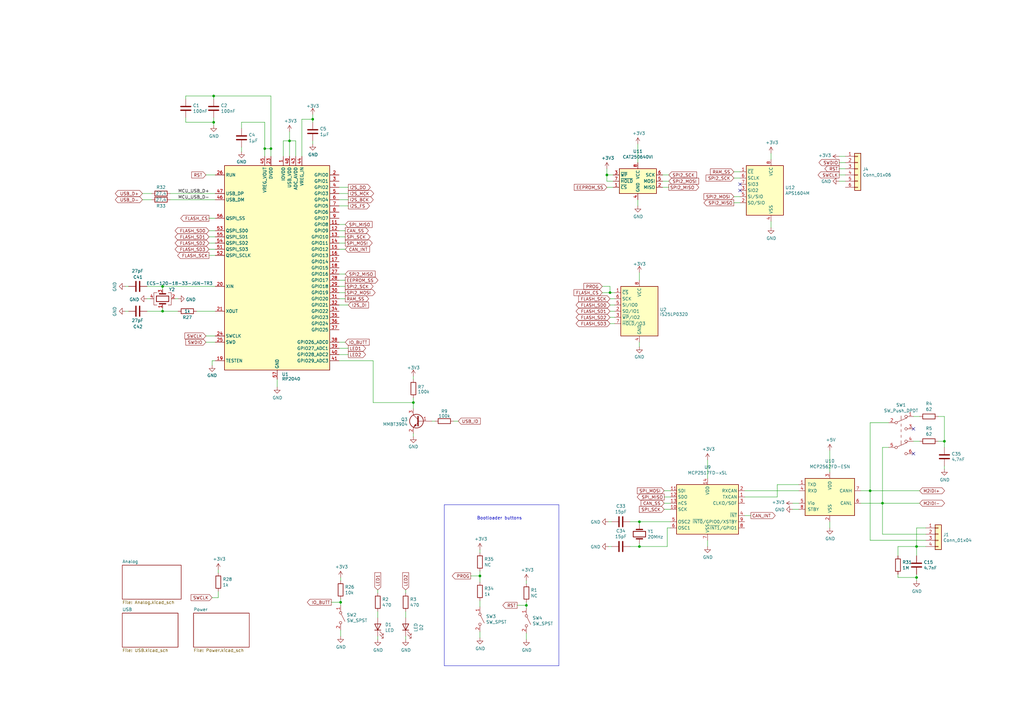
<source format=kicad_sch>
(kicad_sch (version 20230121) (generator eeschema)
  (paper "A3")
  (title_block (title "M2IDI - USB CORE") (date "2023-06-18") (rev "2.0") (company "GuavTek"))
  (lib_symbols
    (symbol "Connector_Generic:Conn_01x04" (pin_names (offset 1.016) hide)
      (property "Reference" "J" (at 0 5.08 0))
      (property "Value" "Conn_01x04" (at 0 -7.62 0))
      (symbol "Conn_01x04_1_1"
        (pin passive line (at -5.08 2.54 0) (length 3.81) (name "Pin_1") (number "1"))
        (pin passive line (at -5.08 0 0) (length 3.81) (name "Pin_2") (number "2"))
        (pin passive line (at -5.08 -2.54 0) (length 3.81) (name "Pin_3") (number "3"))
        (pin passive line (at -5.08 -5.08 0) (length 3.81) (name "Pin_4") (number "4"))
      )
    )
    (symbol "Connector_Generic:Conn_01x06" (pin_names (offset 1.016) hide)
      (property "Reference" "J" (at 0 7.62 0))
      (property "Value" "Conn_01x06" (at 0 -10.16 0))
      (symbol "Conn_01x06_1_1"
        (pin passive line (at -5.08 5.08 0) (length 3.81) (name "Pin_1") (number "1"))
        (pin passive line (at -5.08 2.54 0) (length 3.81) (name "Pin_2") (number "2"))
        (pin passive line (at -5.08 0 0) (length 3.81) (name "Pin_3") (number "3"))
        (pin passive line (at -5.08 -2.54 0) (length 3.81) (name "Pin_4") (number "4"))
        (pin passive line (at -5.08 -5.08 0) (length 3.81) (name "Pin_5") (number "5"))
        (pin passive line (at -5.08 -7.62 0) (length 3.81) (name "Pin_6") (number "6"))
      )
    )
    (symbol "Device:C" (pin_numbers hide) (pin_names (offset 0.254))
      (property "Reference" "C" (at 0.635 2.54 0))
      (property "Value" "C" (at 0.635 -2.54 0))
      (symbol "C_1_1"
        (pin passive line (at 0 3.81 270) (length 2.794) (name "~") (number "1"))
        (pin passive line (at 0 -3.81 90) (length 2.794) (name "~") (number "2"))
      )
    )
    (symbol "Device:Crystal" (pin_numbers hide) (pin_names (offset 1.016) hide)
      (property "Reference" "Y" (at 0 3.81 0))
      (property "Value" "Crystal" (at 0 -3.81 0))
      (symbol "Crystal_1_1"
        (pin passive line (at -3.81 0 0) (length 1.27) (name "1") (number "1"))
        (pin passive line (at 3.81 0 180) (length 1.27) (name "2") (number "2"))
      )
    )
    (symbol "Device:Crystal_GND24" (pin_names (offset 1.016) hide)
      (property "Reference" "Y" (at 3.175 5.08 0))
      (property "Value" "Crystal_GND24" (at 3.175 3.175 0))
      (symbol "Crystal_GND24_1_1"
        (pin passive line (at -3.81 0 0) (length 1.27) (name "1") (number "1"))
        (pin passive line (at 0 5.08 270) (length 1.27) (name "2") (number "2"))
        (pin passive line (at 3.81 0 180) (length 1.27) (name "3") (number "3"))
        (pin passive line (at 0 -5.08 90) (length 1.27) (name "4") (number "4"))
      )
    )
    (symbol "Device:LED" (pin_numbers hide) (pin_names (offset 1.016) hide)
      (property "Reference" "D" (at 0 2.54 0))
      (property "Value" "LED" (at 0 -2.54 0))
      (symbol "LED_1_1"
        (pin passive line (at -3.81 0 0) (length 2.54) (name "K") (number "1"))
        (pin passive line (at 3.81 0 180) (length 2.54) (name "A") (number "2"))
      )
    )
    (symbol "Device:R" (pin_numbers hide) (pin_names (offset 0))
      (property "Reference" "R" (at 2.032 0 90))
      (property "Value" "R" (at 0 0 90))
      (symbol "R_1_1"
        (pin passive line (at 0 3.81 270) (length 1.27) (name "~") (number "1"))
        (pin passive line (at 0 -3.81 90) (length 1.27) (name "~") (number "2"))
      )
    )
    (symbol "Interface_CAN_LIN:MCP2517FD-xSL"
      (property "Reference" "U" (at -12.7 12.7 0))
      (property "Value" "MCP2517FD-xSL" (at 2.54 12.7 0))
      (symbol "MCP2517FD-xSL_1_1"
        (pin output line (at 15.24 5.08 180) (length 2.54) (name "TXCAN") (number "1"))
        (pin input line (at -15.24 0 0) (length 2.54) (name "SCK") (number "10"))
        (pin input line (at -15.24 7.62 0) (length 2.54) (name "SDI") (number "11"))
        (pin output line (at -15.24 5.08 0) (length 2.54) (name "SDO") (number "12"))
        (pin input line (at -15.24 2.54 0) (length 2.54) (name "nCS") (number "13"))
        (pin power_in line (at 0 12.7 270) (length 2.54) (name "VDD") (number "14"))
        (pin input line (at 15.24 7.62 180) (length 2.54) (name "RXCAN") (number "2"))
        (pin output line (at 15.24 2.54 180) (length 2.54) (name "CLKO/SOF") (number "3"))
        (pin output line (at 15.24 -2.54 180) (length 2.54) (name "~{INT}") (number "4"))
        (pin output line (at -15.24 -5.08 0) (length 2.54) (name "OSC2") (number "5"))
        (pin input line (at -15.24 -7.62 0) (length 2.54) (name "OSC1") (number "6"))
        (pin power_in line (at 0 -12.7 90) (length 2.54) (name "VSS") (number "7"))
        (pin bidirectional line (at 15.24 -7.62 180) (length 2.54) (name "~{INT1}/GPIO1") (number "8"))
        (pin bidirectional line (at 15.24 -5.08 180) (length 2.54) (name "~{INT0}/GPIO0/XSTBY") (number "9"))
      )
    )
    (symbol "Interface_CAN_LIN:MCP2562-E-SN" (pin_names (offset 1.016))
      (property "Reference" "U" (at -10.16 8.89 0))
      (property "Value" "MCP2562-E-SN" (at 2.54 8.89 0))
      (symbol "MCP2562-E-SN_1_1"
        (pin input line (at -12.7 5.08 0) (length 2.54) (name "TXD") (number "1"))
        (pin power_in line (at 0 -10.16 90) (length 2.54) (name "VSS") (number "2"))
        (pin power_in line (at 0 10.16 270) (length 2.54) (name "VDD") (number "3"))
        (pin output line (at -12.7 2.54 0) (length 2.54) (name "RXD") (number "4"))
        (pin power_in line (at -12.7 -2.54 0) (length 2.54) (name "Vio") (number "5"))
        (pin bidirectional line (at 12.7 -2.54 180) (length 2.54) (name "CANL") (number "6"))
        (pin bidirectional line (at 12.7 2.54 180) (length 2.54) (name "CANH") (number "7"))
        (pin input line (at -12.7 -5.08 0) (length 2.54) (name "STBY") (number "8"))
      )
    )
    (symbol "MCU_RaspberryPi:RP2040"
      (property "Reference" "U" (at 17.78 45.72 0))
      (property "Value" "RP2040" (at 17.78 43.18 0))
      (symbol "RP2040_1_1"
        (pin power_in line (at 2.54 45.72 270) (length 3.81) (name "IOVDD") (number "1"))
        (pin passive line (at 2.54 45.72 270) (length 3.81) hide (name "IOVDD") (number "10"))
        (pin bidirectional line (at 25.4 17.78 180) (length 3.81) (name "GPIO8") (number "11"))
        (pin bidirectional line (at 25.4 15.24 180) (length 3.81) (name "GPIO9") (number "12"))
        (pin bidirectional line (at 25.4 12.7 180) (length 3.81) (name "GPIO10") (number "13"))
        (pin bidirectional line (at 25.4 10.16 180) (length 3.81) (name "GPIO11") (number "14"))
        (pin bidirectional line (at 25.4 7.62 180) (length 3.81) (name "GPIO12") (number "15"))
        (pin bidirectional line (at 25.4 5.08 180) (length 3.81) (name "GPIO13") (number "16"))
        (pin bidirectional line (at 25.4 2.54 180) (length 3.81) (name "GPIO14") (number "17"))
        (pin bidirectional line (at 25.4 0 180) (length 3.81) (name "GPIO15") (number "18"))
        (pin input line (at -25.4 -38.1 0) (length 3.81) (name "TESTEN") (number "19"))
        (pin bidirectional line (at 25.4 38.1 180) (length 3.81) (name "GPIO0") (number "2"))
        (pin input line (at -25.4 -7.62 0) (length 3.81) (name "XIN") (number "20"))
        (pin passive line (at -25.4 -17.78 0) (length 3.81) (name "XOUT") (number "21"))
        (pin passive line (at 2.54 45.72 270) (length 3.81) hide (name "IOVDD") (number "22"))
        (pin power_in line (at -2.54 45.72 270) (length 3.81) (name "DVDD") (number "23"))
        (pin input line (at -25.4 -27.94 0) (length 3.81) (name "SWCLK") (number "24"))
        (pin bidirectional line (at -25.4 -30.48 0) (length 3.81) (name "SWD") (number "25"))
        (pin input line (at -25.4 38.1 0) (length 3.81) (name "RUN") (number "26"))
        (pin bidirectional line (at 25.4 -2.54 180) (length 3.81) (name "GPIO16") (number "27"))
        (pin bidirectional line (at 25.4 -5.08 180) (length 3.81) (name "GPIO17") (number "28"))
        (pin bidirectional line (at 25.4 -7.62 180) (length 3.81) (name "GPIO18") (number "29"))
        (pin bidirectional line (at 25.4 35.56 180) (length 3.81) (name "GPIO1") (number "3"))
        (pin bidirectional line (at 25.4 -10.16 180) (length 3.81) (name "GPIO19") (number "30"))
        (pin bidirectional line (at 25.4 -12.7 180) (length 3.81) (name "GPIO20") (number "31"))
        (pin bidirectional line (at 25.4 -15.24 180) (length 3.81) (name "GPIO21") (number "32"))
        (pin passive line (at 2.54 45.72 270) (length 3.81) hide (name "IOVDD") (number "33"))
        (pin bidirectional line (at 25.4 -17.78 180) (length 3.81) (name "GPIO22") (number "34"))
        (pin bidirectional line (at 25.4 -20.32 180) (length 3.81) (name "GPIO23") (number "35"))
        (pin bidirectional line (at 25.4 -22.86 180) (length 3.81) (name "GPIO24") (number "36"))
        (pin bidirectional line (at 25.4 -25.4 180) (length 3.81) (name "GPIO25") (number "37"))
        (pin bidirectional line (at 25.4 -30.48 180) (length 3.81) (name "GPIO26_ADC0") (number "38"))
        (pin bidirectional line (at 25.4 -33.02 180) (length 3.81) (name "GPIO27_ADC1") (number "39"))
        (pin bidirectional line (at 25.4 33.02 180) (length 3.81) (name "GPIO2") (number "4"))
        (pin bidirectional line (at 25.4 -35.56 180) (length 3.81) (name "GPIO28_ADC2") (number "40"))
        (pin bidirectional line (at 25.4 -38.1 180) (length 3.81) (name "GPIO29_ADC3") (number "41"))
        (pin passive line (at 2.54 45.72 270) (length 3.81) hide (name "IOVDD") (number "42"))
        (pin power_in line (at 7.62 45.72 270) (length 3.81) (name "ADC_AVDD") (number "43"))
        (pin power_in line (at 10.16 45.72 270) (length 3.81) (name "VREG_IN") (number "44"))
        (pin power_out line (at -5.08 45.72 270) (length 3.81) (name "VREG_VOUT") (number "45"))
        (pin bidirectional line (at -25.4 27.94 0) (length 3.81) (name "USB_DM") (number "46"))
        (pin bidirectional line (at -25.4 30.48 0) (length 3.81) (name "USB_DP") (number "47"))
        (pin power_in line (at 5.08 45.72 270) (length 3.81) (name "USB_VDD") (number "48"))
        (pin passive line (at 2.54 45.72 270) (length 3.81) hide (name "IOVDD") (number "49"))
        (pin bidirectional line (at 25.4 30.48 180) (length 3.81) (name "GPIO3") (number "5"))
        (pin passive line (at -2.54 45.72 270) (length 3.81) hide (name "DVDD") (number "50"))
        (pin bidirectional line (at -25.4 7.62 0) (length 3.81) (name "QSPI_SD3") (number "51"))
        (pin output line (at -25.4 5.08 0) (length 3.81) (name "QSPI_SCLK") (number "52"))
        (pin bidirectional line (at -25.4 15.24 0) (length 3.81) (name "QSPI_SD0") (number "53"))
        (pin bidirectional line (at -25.4 10.16 0) (length 3.81) (name "QSPI_SD2") (number "54"))
        (pin bidirectional line (at -25.4 12.7 0) (length 3.81) (name "QSPI_SD1") (number "55"))
        (pin bidirectional line (at -25.4 20.32 0) (length 3.81) (name "QSPI_SS") (number "56"))
        (pin power_in line (at 0 -45.72 90) (length 3.81) (name "GND") (number "57"))
        (pin bidirectional line (at 25.4 27.94 180) (length 3.81) (name "GPIO4") (number "6"))
        (pin bidirectional line (at 25.4 25.4 180) (length 3.81) (name "GPIO5") (number "7"))
        (pin bidirectional line (at 25.4 22.86 180) (length 3.81) (name "GPIO6") (number "8"))
        (pin bidirectional line (at 25.4 20.32 180) (length 3.81) (name "GPIO7") (number "9"))
      )
    )
    (symbol "Memory_EEPROM:CAT250xxx"
      (property "Reference" "U" (at -7.62 6.35 0))
      (property "Value" "CAT250xxx" (at 2.54 -6.35 0))
      (symbol "CAT250xxx_1_1"
        (pin input line (at -10.16 -2.54 0) (length 2.54) (name "~{CS}") (number "1"))
        (pin tri_state line (at 10.16 -2.54 180) (length 2.54) (name "MISO") (number "2"))
        (pin input line (at -10.16 2.54 0) (length 2.54) (name "~{WP}") (number "3"))
        (pin power_in line (at 0 -7.62 90) (length 2.54) (name "GND") (number "4"))
        (pin input line (at 10.16 0 180) (length 2.54) (name "MOSI") (number "5"))
        (pin input line (at 10.16 2.54 180) (length 2.54) (name "SCK") (number "6"))
        (pin input line (at -10.16 0 0) (length 2.54) (name "~{HOLD}") (number "7"))
        (pin power_in line (at 0 7.62 270) (length 2.54) (name "VCC") (number "8"))
      )
    )
    (symbol "Memory_Flash:AT25SF081-SSHD-X"
      (property "Reference" "U" (at -6.35 11.43 0))
      (property "Value" "AT25SF081-SSHD-X" (at 11.43 11.43 0))
      (symbol "AT25SF081-SSHD-X_1_1"
        (pin input line (at -10.16 7.62 0) (length 2.54) (name "~{CS}") (number "1"))
        (pin bidirectional line (at -10.16 0 0) (length 2.54) (name "SO/IO1") (number "2"))
        (pin bidirectional line (at -10.16 -2.54 0) (length 2.54) (name "~{WP}/IO2") (number "3"))
        (pin power_in line (at 0 -12.7 90) (length 2.54) (name "GND") (number "4"))
        (pin bidirectional line (at -10.16 2.54 0) (length 2.54) (name "SI/IO0") (number "5"))
        (pin input line (at -10.16 5.08 0) (length 2.54) (name "SCK") (number "6"))
        (pin bidirectional line (at -10.16 -5.08 0) (length 2.54) (name "~{HOLD}/IO3") (number "7"))
        (pin power_in line (at 0 12.7 270) (length 2.54) (name "VCC") (number "8"))
      )
    )
    (symbol "Memory_RAM:ESP-PSRAM32"
      (property "Reference" "U" (at 3.81 11.43 0))
      (property "Value" "ESP-PSRAM32" (at -1.27 -11.43 0))
      (symbol "ESP-PSRAM32_1_1"
        (pin input line (at 10.16 7.62 180) (length 2.54) (name "~{CE}") (number "1"))
        (pin output line (at 10.16 -5.08 180) (length 2.54) (name "SO/SIO") (number "2"))
        (pin bidirectional line (at 10.16 0 180) (length 2.54) (name "SIO2") (number "3"))
        (pin power_in line (at -2.54 -12.7 90) (length 2.54) (name "VSS") (number "4"))
        (pin input line (at 10.16 -2.54 180) (length 2.54) (name "SI/SIO") (number "5"))
        (pin output line (at 10.16 5.08 180) (length 2.54) (name "SCLK") (number "6"))
        (pin bidirectional line (at 10.16 2.54 180) (length 2.54) (name "SIO3") (number "7"))
        (pin power_in line (at -2.54 12.7 270) (length 2.54) (name "VCC") (number "8"))
      )
    )
    (symbol "Switch:SW_Push_DPDT" (pin_names (offset 0) hide)
      (property "Reference" "SW" (at 0 8.89 0))
      (property "Value" "SW_Push_DPDT" (at 0 -10.16 0))
      (symbol "SW_Push_DPDT_1_1"
        (pin passive line (at 5.08 7.62 180) (length 2.54) (name "A") (number "1"))
        (pin passive line (at -5.08 5.08 0) (length 2.54) (name "B") (number "2"))
        (pin passive line (at 5.08 2.54 180) (length 2.54) (name "C") (number "3"))
        (pin passive line (at 5.08 -2.54 180) (length 2.54) (name "A") (number "4"))
        (pin passive line (at -5.08 -5.08 0) (length 2.54) (name "B") (number "5"))
        (pin passive line (at 5.08 -7.62 180) (length 2.54) (name "C") (number "6"))
      )
    )
    (symbol "Switch:SW_SPST" (pin_names (offset 0) hide)
      (property "Reference" "SW" (at 0 3.175 0))
      (property "Value" "SW_SPST" (at 0 -2.54 0))
      (symbol "SW_SPST_1_1"
        (pin passive line (at -5.08 0 0) (length 2.54) (name "A") (number "1"))
        (pin passive line (at 5.08 0 180) (length 2.54) (name "B") (number "2"))
      )
    )
    (symbol "Transistor_BJT:MMBT3904" (pin_names (offset 0) hide)
      (property "Reference" "Q" (at 5.08 1.905 0))
      (property "Value" "MMBT3904" (at 5.08 0 0))
      (symbol "MMBT3904_1_1"
        (pin input line (at -5.08 0 0) (length 5.715) (name "B") (number "1"))
        (pin passive line (at 2.54 -5.08 90) (length 2.54) (name "E") (number "2"))
        (pin passive line (at 2.54 5.08 270) (length 2.54) (name "C") (number "3"))
      )
    )
    (symbol "power:+3V3" (power) (pin_names (offset 0))
      (property "Value" "+3V3" (at 0 3.556 0))
      (symbol "+3V3_1_1"
        (pin power_in line (at 0 0 90) (length 0) hide (name "+3V3") (number "1"))
      )
    )
    (symbol "power:+5V" (power) (pin_names (offset 0))
      (property "Value" "+5V" (at 0 3.556 0))
      (symbol "+5V_1_1"
        (pin power_in line (at 0 0 90) (length 0) hide (name "+5V") (number "1"))
      )
    )
    (symbol "power:GND" (power) (pin_names (offset 0))
      (property "Value" "GND" (at 0 -3.81 0))
      (symbol "GND_1_1"
        (pin power_in line (at 0 0 270) (length 0) hide (name "GND") (number "1"))
      )
    )
  )
  (junction (at 248.92 71.755))
  (junction (at 250.19 120.015))
  (junction (at 196.85 236.22))
  (junction (at 87.63 39.37))
  (junction (at 169.545 165.1))
  (junction (at 87.63 50.165))
  (junction (at 375.92 236.855))
  (junction (at 387.35 180.975))
  (junction (at 108.585 60.96))
  (junction (at 356.87 201.295))
  (junction (at 128.27 48.895))
  (junction (at 66.675 117.475))
  (junction (at 262.255 224.155))
  (junction (at 361.95 206.375))
  (junction (at 139.7 247.015))
  (junction (at 118.745 57.785))
  (junction (at 111.125 60.96))
  (junction (at 262.255 213.995))
  (junction (at 66.675 127.635))
  (junction (at 215.9 248.285))
  (junction (at 375.92 224.155))
  (no_connect (at 303.53 75.565))
  (no_connect (at 303.53 78.105))
  (no_connect (at 374.65 175.895))
  (no_connect (at 374.65 186.055))
  (wire (pts (xy 139.065 81.915) (xy 142.875 81.915)))
  (wire (pts (xy 84.455 71.755) (xy 88.265 71.755)))
  (wire (pts (xy 196.85 246.38) (xy 196.85 248.92)))
  (wire (pts (xy 87.63 39.37) (xy 111.125 39.37)))
  (wire (pts (xy 300.99 73.025) (xy 303.53 73.025)))
  (wire (pts (xy 51.435 127.635) (xy 52.705 127.635)))
  (wire (pts (xy 66.675 117.475) (xy 88.265 117.475)))
  (wire (pts (xy 250.19 132.715) (xy 252.095 132.715)))
  (wire (pts (xy 153.035 147.955) (xy 139.065 147.955)))
  (wire (pts (xy 196.85 226.695) (xy 196.85 225.425)))
  (wire (pts (xy 368.3 235.585) (xy 368.3 236.855)))
  (wire (pts (xy 86.995 149.86) (xy 86.995 147.955)))
  (wire (pts (xy 71.755 122.555) (xy 73.025 122.555)))
  (wire (pts (xy 139.065 120.015) (xy 141.605 120.015)))
  (wire (pts (xy 379.73 219.075) (xy 361.95 219.075)))
  (wire (pts (xy 88.265 137.795) (xy 84.455 137.795)))
  (wire (pts (xy 69.85 79.375) (xy 88.265 79.375)))
  (wire (pts (xy 141.605 112.395) (xy 139.065 112.395)))
  (wire (pts (xy 87.63 51.435) (xy 87.63 50.165)))
  (wire (pts (xy 375.92 236.855) (xy 375.92 235.585)))
  (wire (pts (xy 303.53 80.645) (xy 300.99 80.645)))
  (wire (pts (xy 274.955 201.295) (xy 272.415 201.295)))
  (wire (pts (xy 377.19 180.975) (xy 374.65 180.975)))
  (wire (pts (xy 250.19 117.475) (xy 250.19 120.015)))
  (wire (pts (xy 66.675 117.475) (xy 66.675 118.745)))
  (wire (pts (xy 85.725 99.695) (xy 88.265 99.695)))
  (wire (pts (xy 87.63 39.37) (xy 87.63 40.64)))
  (wire (pts (xy 128.27 59.055) (xy 128.27 57.785)))
  (wire (pts (xy 318.77 203.835) (xy 318.77 198.755)))
  (wire (pts (xy 344.17 66.675) (xy 346.71 66.675)))
  (wire (pts (xy 51.435 117.475) (xy 52.705 117.475)))
  (wire (pts (xy 118.745 57.785) (xy 121.285 57.785)))
  (wire (pts (xy 273.685 224.155) (xy 273.685 216.535)))
  (wire (pts (xy 251.46 76.835) (xy 248.92 76.835)))
  (wire (pts (xy 85.725 89.535) (xy 88.265 89.535)))
  (wire (pts (xy 258.445 224.155) (xy 262.255 224.155)))
  (wire (pts (xy 356.87 201.295) (xy 377.19 201.295)))
  (polyline (pts (xy 182.245 207.01) (xy 182.245 273.05)))
  (wire (pts (xy 87.63 50.165) (xy 76.2 50.165)))
  (wire (pts (xy 116.205 57.785) (xy 116.205 64.135)))
  (wire (pts (xy 318.77 198.755) (xy 327.66 198.755)))
  (wire (pts (xy 111.125 39.37) (xy 111.125 60.96)))
  (wire (pts (xy 361.95 206.375) (xy 377.19 206.375)))
  (wire (pts (xy 316.23 62.865) (xy 316.23 65.405)))
  (wire (pts (xy 196.85 236.22) (xy 196.85 234.315)))
  (wire (pts (xy 368.3 227.965) (xy 368.3 224.155)))
  (wire (pts (xy 196.85 238.76) (xy 196.85 236.22)))
  (wire (pts (xy 387.35 180.975) (xy 387.35 170.815)))
  (wire (pts (xy 177.165 172.72) (xy 178.435 172.72)))
  (wire (pts (xy 272.415 208.915) (xy 274.955 208.915)))
  (wire (pts (xy 251.46 74.295) (xy 248.92 74.295)))
  (wire (pts (xy 66.675 126.365) (xy 66.675 127.635)))
  (polyline (pts (xy 229.235 273.05) (xy 229.235 207.01)))
  (wire (pts (xy 344.17 69.215) (xy 346.71 69.215)))
  (wire (pts (xy 215.9 248.285) (xy 215.9 249.555)))
  (wire (pts (xy 60.325 127.635) (xy 66.675 127.635)))
  (wire (pts (xy 169.545 177.8) (xy 169.545 179.07)))
  (wire (pts (xy 361.95 183.515) (xy 361.95 206.375)))
  (polyline (pts (xy 229.235 207.01) (xy 182.245 207.01)))
  (wire (pts (xy 250.19 122.555) (xy 252.095 122.555)))
  (wire (pts (xy 250.825 213.995) (xy 249.555 213.995)))
  (wire (pts (xy 261.62 59.055) (xy 261.62 66.675)))
  (wire (pts (xy 87.63 48.26) (xy 87.63 50.165)))
  (wire (pts (xy 325.12 208.915) (xy 327.66 208.915)))
  (wire (pts (xy 344.17 64.135) (xy 346.71 64.135)))
  (wire (pts (xy 346.71 71.755) (xy 344.17 71.755)))
  (wire (pts (xy 76.2 39.37) (xy 87.63 39.37)))
  (wire (pts (xy 141.605 92.075) (xy 139.065 92.075)))
  (wire (pts (xy 300.99 70.485) (xy 303.53 70.485)))
  (wire (pts (xy 262.255 140.335) (xy 262.255 142.24)))
  (wire (pts (xy 274.955 213.995) (xy 262.255 213.995)))
  (wire (pts (xy 60.325 117.475) (xy 66.675 117.475)))
  (wire (pts (xy 166.37 253.365) (xy 166.37 250.825)))
  (wire (pts (xy 305.435 201.295) (xy 327.66 201.295)))
  (wire (pts (xy 193.04 236.22) (xy 196.85 236.22)))
  (wire (pts (xy 196.85 261.62) (xy 196.85 259.08)))
  (wire (pts (xy 368.3 236.855) (xy 375.92 236.855)))
  (wire (pts (xy 85.725 94.615) (xy 88.265 94.615)))
  (wire (pts (xy 375.92 216.535) (xy 379.73 216.535)))
  (wire (pts (xy 290.195 188.595) (xy 290.195 196.215)))
  (wire (pts (xy 169.545 154.305) (xy 169.545 155.575)))
  (wire (pts (xy 250.825 224.155) (xy 249.555 224.155)))
  (wire (pts (xy 76.2 40.64) (xy 76.2 39.37)))
  (wire (pts (xy 250.19 127.635) (xy 252.095 127.635)))
  (wire (pts (xy 85.725 104.775) (xy 88.265 104.775)))
  (wire (pts (xy 111.125 64.135) (xy 111.125 60.96)))
  (wire (pts (xy 327.66 206.375) (xy 325.12 206.375)))
  (wire (pts (xy 274.32 71.755) (xy 271.78 71.755)))
  (wire (pts (xy 356.87 201.295) (xy 356.87 173.355)))
  (wire (pts (xy 153.035 165.1) (xy 169.545 165.1)))
  (wire (pts (xy 89.535 245.11) (xy 86.995 245.11)))
  (wire (pts (xy 141.605 114.935) (xy 139.065 114.935)))
  (wire (pts (xy 379.73 221.615) (xy 356.87 221.615)))
  (wire (pts (xy 84.455 140.335) (xy 88.265 140.335)))
  (wire (pts (xy 250.19 125.095) (xy 252.095 125.095)))
  (wire (pts (xy 353.06 206.375) (xy 361.95 206.375)))
  (wire (pts (xy 340.36 184.785) (xy 340.36 193.675)))
  (wire (pts (xy 215.9 247.015) (xy 215.9 248.285)))
  (wire (pts (xy 108.585 60.96) (xy 108.585 64.135)))
  (wire (pts (xy 141.605 94.615) (xy 139.065 94.615)))
  (wire (pts (xy 248.92 71.755) (xy 251.46 71.755)))
  (wire (pts (xy 375.92 224.155) (xy 375.92 216.535)))
  (wire (pts (xy 375.92 227.965) (xy 375.92 224.155)))
  (polyline (pts (xy 182.245 273.05) (xy 229.235 273.05)))
  (wire (pts (xy 307.975 211.455) (xy 305.435 211.455)))
  (wire (pts (xy 356.87 173.355) (xy 364.49 173.355)))
  (wire (pts (xy 142.875 145.415) (xy 139.065 145.415)))
  (wire (pts (xy 154.94 243.205) (xy 154.94 241.935)))
  (wire (pts (xy 262.255 111.76) (xy 262.255 114.935)))
  (wire (pts (xy 247.015 120.015) (xy 250.19 120.015)))
  (wire (pts (xy 66.675 127.635) (xy 73.025 127.635)))
  (wire (pts (xy 387.35 183.515) (xy 387.35 180.975)))
  (wire (pts (xy 141.605 99.695) (xy 139.065 99.695)))
  (wire (pts (xy 169.545 165.1) (xy 169.545 167.64)))
  (wire (pts (xy 262.255 215.265) (xy 262.255 213.995)))
  (wire (pts (xy 62.23 79.375) (xy 58.42 79.375)))
  (wire (pts (xy 271.78 74.295) (xy 274.32 74.295)))
  (wire (pts (xy 248.92 69.215) (xy 248.92 71.755)))
  (wire (pts (xy 169.545 163.195) (xy 169.545 165.1)))
  (wire (pts (xy 387.35 192.405) (xy 387.35 191.135)))
  (wire (pts (xy 139.7 245.745) (xy 139.7 247.015)))
  (wire (pts (xy 111.125 60.96) (xy 108.585 60.96)))
  (wire (pts (xy 166.37 260.985) (xy 166.37 262.255)))
  (wire (pts (xy 113.665 155.575) (xy 113.665 158.75)))
  (wire (pts (xy 128.27 50.165) (xy 128.27 48.895)))
  (wire (pts (xy 262.255 222.885) (xy 262.255 224.155)))
  (wire (pts (xy 361.95 183.515) (xy 364.49 183.515)))
  (wire (pts (xy 123.825 48.895) (xy 123.825 64.135)))
  (wire (pts (xy 139.7 260.985) (xy 139.7 258.445)))
  (wire (pts (xy 290.195 221.615) (xy 290.195 224.155)))
  (wire (pts (xy 248.92 71.755) (xy 248.92 74.295)))
  (wire (pts (xy 58.42 81.915) (xy 62.23 81.915)))
  (wire (pts (xy 139.7 247.015) (xy 139.7 248.285)))
  (wire (pts (xy 108.585 60.96) (xy 108.585 50.165)))
  (wire (pts (xy 142.875 125.095) (xy 139.065 125.095)))
  (wire (pts (xy 99.06 60.325) (xy 99.06 62.23)))
  (wire (pts (xy 153.035 165.1) (xy 153.035 147.955)))
  (wire (pts (xy 247.015 117.475) (xy 250.19 117.475)))
  (wire (pts (xy 166.37 241.935) (xy 166.37 243.205)))
  (wire (pts (xy 128.27 46.99) (xy 128.27 48.895)))
  (wire (pts (xy 344.17 74.295) (xy 346.71 74.295)))
  (wire (pts (xy 387.35 170.815) (xy 384.81 170.815)))
  (wire (pts (xy 356.87 201.295) (xy 356.87 221.615)))
  (wire (pts (xy 141.605 140.335) (xy 139.065 140.335)))
  (wire (pts (xy 69.85 81.915) (xy 88.265 81.915)))
  (wire (pts (xy 353.06 201.295) (xy 356.87 201.295)))
  (wire (pts (xy 135.89 247.015) (xy 139.7 247.015)))
  (wire (pts (xy 76.2 50.165) (xy 76.2 48.26)))
  (wire (pts (xy 118.745 53.975) (xy 118.745 57.785)))
  (wire (pts (xy 368.3 224.155) (xy 375.92 224.155)))
  (wire (pts (xy 85.725 102.235) (xy 88.265 102.235)))
  (wire (pts (xy 215.9 262.255) (xy 215.9 259.715)))
  (wire (pts (xy 118.745 64.135) (xy 118.745 57.785)))
  (wire (pts (xy 139.065 142.875) (xy 142.875 142.875)))
  (wire (pts (xy 272.415 203.835) (xy 274.955 203.835)))
  (wire (pts (xy 250.19 120.015) (xy 252.095 120.015)))
  (wire (pts (xy 108.585 50.165) (xy 99.06 50.165)))
  (wire (pts (xy 141.605 97.155) (xy 139.065 97.155)))
  (wire (pts (xy 86.995 147.955) (xy 88.265 147.955)))
  (wire (pts (xy 121.285 57.785) (xy 121.285 64.135)))
  (wire (pts (xy 274.32 76.835) (xy 271.78 76.835)))
  (wire (pts (xy 274.955 206.375) (xy 272.415 206.375)))
  (wire (pts (xy 141.605 122.555) (xy 139.065 122.555)))
  (wire (pts (xy 374.65 170.815) (xy 377.19 170.815)))
  (wire (pts (xy 89.535 233.68) (xy 89.535 234.95)))
  (wire (pts (xy 300.99 83.185) (xy 303.53 83.185)))
  (wire (pts (xy 116.205 57.785) (xy 118.745 57.785)))
  (wire (pts (xy 375.92 236.855) (xy 375.92 238.125)))
  (wire (pts (xy 384.81 180.975) (xy 387.35 180.975)))
  (wire (pts (xy 215.9 239.395) (xy 215.9 238.125)))
  (wire (pts (xy 340.36 213.995) (xy 340.36 216.535)))
  (wire (pts (xy 316.23 93.345) (xy 316.23 90.805)))
  (wire (pts (xy 361.95 206.375) (xy 361.95 219.075)))
  (wire (pts (xy 305.435 203.835) (xy 318.77 203.835)))
  (wire (pts (xy 142.875 84.455) (xy 139.065 84.455)))
  (wire (pts (xy 154.94 253.365) (xy 154.94 250.825)))
  (wire (pts (xy 85.725 97.155) (xy 88.265 97.155)))
  (wire (pts (xy 60.325 122.555) (xy 61.595 122.555)))
  (wire (pts (xy 375.92 224.155) (xy 379.73 224.155)))
  (wire (pts (xy 89.535 242.57) (xy 89.535 245.11)))
  (wire (pts (xy 250.19 130.175) (xy 252.095 130.175)))
  (wire (pts (xy 80.645 127.635) (xy 88.265 127.635)))
  (wire (pts (xy 262.255 213.995) (xy 258.445 213.995)))
  (wire (pts (xy 154.94 262.255) (xy 154.94 260.985)))
  (wire (pts (xy 123.825 48.895) (xy 128.27 48.895)))
  (wire (pts (xy 186.055 172.72) (xy 187.96 172.72)))
  (wire (pts (xy 261.62 84.455) (xy 261.62 81.915)))
  (wire (pts (xy 273.685 216.535) (xy 274.955 216.535)))
  (wire (pts (xy 99.06 50.165) (xy 99.06 52.705)))
  (wire (pts (xy 262.255 224.155) (xy 273.685 224.155)))
  (wire (pts (xy 212.09 248.285) (xy 215.9 248.285)))
  (wire (pts (xy 141.605 117.475) (xy 139.065 117.475)))
  (wire (pts (xy 141.605 102.235) (xy 139.065 102.235)))
  (wire (pts (xy 139.065 79.375) (xy 142.875 79.375)))
  (wire (pts (xy 139.7 238.125) (xy 139.7 236.855)))
  (wire (pts (xy 139.065 76.835) (xy 142.875 76.835)))
  (text "Bootloader buttons" (at 195.58 213.36 0) (effects (font (size 1.27 1.27)) (justify left bottom)))
  (label "MCU_USB_D+" (at 73.025 79.375 0))
  (label "MCU_USB_D-" (at 73.025 81.915 0))
  (global_label "SPI2_SCK" (shape input) (at 300.99 73.025 180) (property "Intersheetrefs" "${INTERSHEET_REFS}" (effects hide)))
  (global_label "RAM_SS" (shape output) (at 141.605 122.555 0) (property "Intersheetrefs" "${INTERSHEET_REFS}" (effects hide)))
  (global_label "SWCLK" (shape input) (at 86.995 245.11 180) (property "Intersheetrefs" "${INTERSHEET_REFS}" (effects hide)))
  (global_label "RAM_SS" (shape input) (at 300.99 70.485 180) (property "Intersheetrefs" "${INTERSHEET_REFS}" (effects hide)))
  (global_label "SPI_SCK" (shape input) (at 272.415 208.915 180) (property "Intersheetrefs" "${INTERSHEET_REFS}" (effects hide)))
  (global_label "SPI2_MOSI" (shape input) (at 274.32 74.295 0) (property "Intersheetrefs" "${INTERSHEET_REFS}" (effects hide)))
  (global_label "I2S_FS" (shape output) (at 142.875 84.455 0) (property "Intersheetrefs" "${INTERSHEET_REFS}" (effects hide)))
  (global_label "SPI_MISO" (shape output) (at 272.415 203.835 180) (property "Intersheetrefs" "${INTERSHEET_REFS}" (effects hide)))
  (global_label "FLASH_SD3" (shape bidirectional) (at 250.19 132.715 180) (property "Intersheetrefs" "${INTERSHEET_REFS}" (effects hide)))
  (global_label "CAN_SS" (shape input) (at 272.415 206.375 180) (property "Intersheetrefs" "${INTERSHEET_REFS}" (effects hide)))
  (global_label "PROG" (shape output) (at 193.04 236.22 180) (property "Intersheetrefs" "${INTERSHEET_REFS}" (effects hide)))
  (global_label "SWCLK" (shape input) (at 84.455 137.795 180) (property "Intersheetrefs" "${INTERSHEET_REFS}" (effects hide)))
  (global_label "SPI_SCK" (shape output) (at 141.605 97.155 0) (property "Intersheetrefs" "${INTERSHEET_REFS}" (effects hide)))
  (global_label "SWCLK" (shape output) (at 344.17 71.755 180) (property "Intersheetrefs" "${INTERSHEET_REFS}" (effects hide)))
  (global_label "FLASH_SD1" (shape bidirectional) (at 85.725 97.155 180) (property "Intersheetrefs" "${INTERSHEET_REFS}" (effects hide)))
  (global_label "RST" (shape output) (at 344.17 69.215 180) (property "Intersheetrefs" "${INTERSHEET_REFS}" (effects hide)))
  (global_label "M2IDI+" (shape bidirectional) (at 377.19 201.295 0) (property "Intersheetrefs" "${INTERSHEET_REFS}" (effects hide)))
  (global_label "LED2" (shape output) (at 142.875 145.415 0) (property "Intersheetrefs" "${INTERSHEET_REFS}" (effects hide)))
  (global_label "SPI2_SCK" (shape output) (at 141.605 117.475 0) (property "Intersheetrefs" "${INTERSHEET_REFS}" (effects hide)))
  (global_label "USB_ID" (shape input) (at 187.96 172.72 0) (property "Intersheetrefs" "${INTERSHEET_REFS}" (effects hide)))
  (global_label "CAN_SS" (shape output) (at 141.605 94.615 0) (property "Intersheetrefs" "${INTERSHEET_REFS}" (effects hide)))
  (global_label "SPI2_MOSI" (shape output) (at 141.605 120.015 0) (property "Intersheetrefs" "${INTERSHEET_REFS}" (effects hide)))
  (global_label "M2IDI-" (shape bidirectional) (at 377.19 206.375 0) (property "Intersheetrefs" "${INTERSHEET_REFS}" (effects hide)))
  (global_label "I2S_DO" (shape output) (at 142.875 76.835 0) (property "Intersheetrefs" "${INTERSHEET_REFS}" (effects hide)))
  (global_label "LED2" (shape input) (at 166.37 241.935 90) (property "Intersheetrefs" "${INTERSHEET_REFS}" (effects hide)))
  (global_label "IO_BUTT" (shape output) (at 135.89 247.015 180) (property "Intersheetrefs" "${INTERSHEET_REFS}" (effects hide)))
  (global_label "SPI2_MISO" (shape output) (at 300.99 83.185 180) (property "Intersheetrefs" "${INTERSHEET_REFS}" (effects hide)))
  (global_label "USB_D-" (shape bidirectional) (at 58.42 81.915 180) (property "Intersheetrefs" "${INTERSHEET_REFS}" (effects hide)))
  (global_label "FLASH_SD0" (shape bidirectional) (at 85.725 94.615 180) (property "Intersheetrefs" "${INTERSHEET_REFS}" (effects hide)))
  (global_label "FLASH_SD2" (shape bidirectional) (at 85.725 99.695 180) (property "Intersheetrefs" "${INTERSHEET_REFS}" (effects hide)))
  (global_label "I2S_MCK" (shape output) (at 142.875 79.375 0) (property "Intersheetrefs" "${INTERSHEET_REFS}" (effects hide)))
  (global_label "LED1" (shape input) (at 154.94 241.935 90) (property "Intersheetrefs" "${INTERSHEET_REFS}" (effects hide)))
  (global_label "CAN_INT" (shape output) (at 307.975 211.455 0) (property "Intersheetrefs" "${INTERSHEET_REFS}" (effects hide)))
  (global_label "FLASH_SD3" (shape bidirectional) (at 85.725 102.235 180) (property "Intersheetrefs" "${INTERSHEET_REFS}" (effects hide)))
  (global_label "FLASH_SD0" (shape bidirectional) (at 250.19 125.095 180) (property "Intersheetrefs" "${INTERSHEET_REFS}" (effects hide)))
  (global_label "RST" (shape input) (at 84.455 71.755 180) (property "Intersheetrefs" "${INTERSHEET_REFS}" (effects hide)))
  (global_label "SPI2_MISO" (shape input) (at 141.605 112.395 0) (property "Intersheetrefs" "${INTERSHEET_REFS}" (effects hide)))
  (global_label "SWDIO" (shape input) (at 84.455 140.335 180) (property "Intersheetrefs" "${INTERSHEET_REFS}" (effects hide)))
  (global_label "USB_D+" (shape bidirectional) (at 58.42 79.375 180) (property "Intersheetrefs" "${INTERSHEET_REFS}" (effects hide)))
  (global_label "LED1" (shape output) (at 142.875 142.875 0) (property "Intersheetrefs" "${INTERSHEET_REFS}" (effects hide)))
  (global_label "I2S_DI" (shape input) (at 142.875 125.095 0) (property "Intersheetrefs" "${INTERSHEET_REFS}" (effects hide)))
  (global_label "SPI_MOSI" (shape output) (at 141.605 99.695 0) (property "Intersheetrefs" "${INTERSHEET_REFS}" (effects hide)))
  (global_label "SWDIO" (shape output) (at 344.17 66.675 180) (property "Intersheetrefs" "${INTERSHEET_REFS}" (effects hide)))
  (global_label "FLASH_SCK" (shape input) (at 250.19 122.555 180) (property "Intersheetrefs" "${INTERSHEET_REFS}" (effects hide)))
  (global_label "SPI2_MOSI" (shape input) (at 300.99 80.645 180) (property "Intersheetrefs" "${INTERSHEET_REFS}" (effects hide)))
  (global_label "FLASH_SD1" (shape bidirectional) (at 250.19 127.635 180) (property "Intersheetrefs" "${INTERSHEET_REFS}" (effects hide)))
  (global_label "IO_BUTT" (shape input) (at 141.605 140.335 0) (property "Intersheetrefs" "${INTERSHEET_REFS}" (effects hide)))
  (global_label "SPI2_SCK" (shape input) (at 274.32 71.755 0) (property "Intersheetrefs" "${INTERSHEET_REFS}" (effects hide)))
  (global_label "SPI2_MISO" (shape output) (at 274.32 76.835 0) (property "Intersheetrefs" "${INTERSHEET_REFS}" (effects hide)))
  (global_label "SPI_MOSI" (shape input) (at 272.415 201.295 180) (property "Intersheetrefs" "${INTERSHEET_REFS}" (effects hide)))
  (global_label "RST" (shape output) (at 212.09 248.285 180) (property "Intersheetrefs" "${INTERSHEET_REFS}" (effects hide)))
  (global_label "PROG" (shape input) (at 247.015 117.475 180) (property "Intersheetrefs" "${INTERSHEET_REFS}" (effects hide)))
  (global_label "FLASH_CS" (shape input) (at 247.015 120.015 180) (property "Intersheetrefs" "${INTERSHEET_REFS}" (effects hide)))
  (global_label "EEPROM_SS" (shape input) (at 248.92 76.835 180) (property "Intersheetrefs" "${INTERSHEET_REFS}" (effects hide)))
  (global_label "CAN_INT" (shape input) (at 141.605 102.235 0) (property "Intersheetrefs" "${INTERSHEET_REFS}" (effects hide)))
  (global_label "FLASH_SD2" (shape bidirectional) (at 250.19 130.175 180) (property "Intersheetrefs" "${INTERSHEET_REFS}" (effects hide)))
  (global_label "EEPROM_SS" (shape output) (at 141.605 114.935 0) (property "Intersheetrefs" "${INTERSHEET_REFS}" (effects hide)))
  (global_label "SPI_MISO" (shape input) (at 141.605 92.075 0) (property "Intersheetrefs" "${INTERSHEET_REFS}" (effects hide)))
  (global_label "I2S_BCK" (shape output) (at 142.875 81.915 0) (property "Intersheetrefs" "${INTERSHEET_REFS}" (effects hide)))
  (global_label "FLASH_CS" (shape output) (at 85.725 89.535 180) (property "Intersheetrefs" "${INTERSHEET_REFS}" (effects hide)))
  (global_label "FLASH_SCK" (shape output) (at 85.725 104.775 180) (property "Intersheetrefs" "${INTERSHEET_REFS}" (effects hide)))
  (symbol (lib_id "Device:LED") (at 166.37 257.175 90) (unit 1)
    (property "Reference" "D2" (at 172.847 257.3528 0))
    (property "Value" "LED" (at 170.5356 257.3528 0))
    (property "Footprint" "LED_THT:LED_D3.0mm_Horizontal_O3.81mm_Z2.0mm" (effects hide))
  )
  (symbol (lib_id "Device:LED") (at 154.94 257.175 90) (unit 1)
    (property "Reference" "D1" (at 157.9372 256.1844 90) (effects (justify right)))
    (property "Value" "LED" (at 157.9372 258.4958 90) (effects (justify right)))
    (property "Footprint" "LED_THT:LED_D3.0mm_Horizontal_O1.27mm_Z2.0mm" (effects hide))
  )
  (symbol (lib_id "Device:R") (at 166.37 247.015 0) (unit 1)
    (property "Reference" "R3" (at 168.148 245.8466 0) (effects (justify left)))
    (property "Value" "470" (at 168.148 248.158 0) (effects (justify left)))
    (property "Footprint" "Resistor_SMD:R_0603_1608Metric" (effects hide))
  )
  (symbol (lib_id "Device:R") (at 154.94 247.015 0) (unit 1)
    (property "Reference" "R2" (at 156.718 245.8466 0) (effects (justify left)))
    (property "Value" "470" (at 156.718 248.158 0) (effects (justify left)))
    (property "Footprint" "Resistor_SMD:R_0603_1608Metric" (effects hide))
  )
  (symbol (lib_id "power:GND") (at 166.37 262.255 0) (unit 1)
    (property "Reference" "#PWR0111" (effects hide))
    (property "Value" "GND" (at 166.497 266.6492 0))
  )
  (symbol (lib_id "power:GND") (at 154.94 262.255 0) (unit 1)
    (property "Reference" "#PWR0112" (effects hide))
    (property "Value" "GND" (at 155.067 266.6492 0))
  )
  (symbol (lib_id "power:+3V3") (at 118.745 53.975 0) (unit 1)
    (property "Reference" "#PWR0157" (effects hide))
    (property "Value" "+3V3" (at 119.126 49.5808 0))
  )
  (symbol (lib_id "power:GND") (at 340.36 216.535 0) (unit 1)
    (property "Reference" "#PWR0102" (effects hide))
    (property "Value" "GND" (at 340.487 220.9292 0))
  )
  (symbol (lib_id "Connector_Generic:Conn_01x06") (at 351.79 69.215 0) (unit 1)
    (property "Reference" "J4" (at 353.822 69.4182 0) (effects (justify left)))
    (property "Value" "Conn_01x06" (at 353.822 71.7296 0) (effects (justify left)))
    (property "Footprint" "Connector_PinHeader_2.54mm:PinHeader_2x03_P2.54mm_Vertical_SMD" (effects hide))
  )
  (symbol (lib_id "power:+3V3") (at 344.17 64.135 90) (unit 1)
    (property "Reference" "#PWR0105" (effects hide))
    (property "Value" "+3V3" (at 340.9188 63.754 90) (effects (justify left)))
  )
  (symbol (lib_id "power:GND") (at 344.17 74.295 270) (unit 1)
    (property "Reference" "#PWR0106" (effects hide))
    (property "Value" "GND" (at 340.9188 74.422 90) (effects (justify right)))
  )
  (symbol (lib_id "power:GND") (at 113.665 158.75 0) (unit 1)
    (property "Reference" "#PWR0107" (effects hide))
    (property "Value" "GND" (at 113.792 163.1442 0))
  )
  (symbol (lib_id "Device:C") (at 99.06 56.515 0) (unit 1)
    (property "Reference" "C4" (at 101.981 55.3466 0) (effects (justify left)))
    (property "Value" "1µF" (at 101.981 57.658 0) (effects (justify left)))
    (property "Footprint" "Capacitor_SMD:C_0603_1608Metric" (effects hide))
  )
  (symbol (lib_id "Device:C") (at 87.63 44.45 0) (unit 1)
    (property "Reference" "C2" (at 90.551 43.2816 0) (effects (justify left)))
    (property "Value" "100nF" (at 90.551 45.593 0) (effects (justify left)))
    (property "Footprint" "Capacitor_SMD:C_0603_1608Metric" (effects hide))
  )
  (symbol (lib_id "Device:C") (at 76.2 44.45 0) (unit 1)
    (property "Reference" "C1" (at 79.121 43.2816 0) (effects (justify left)))
    (property "Value" "100nF" (at 79.121 45.593 0) (effects (justify left)))
    (property "Footprint" "Capacitor_SMD:C_0603_1608Metric" (effects hide))
  )
  (symbol (lib_id "Device:C") (at 128.27 53.975 0) (unit 1)
    (property "Reference" "C5" (at 131.191 52.8066 0) (effects (justify left)))
    (property "Value" "1µF" (at 131.191 55.118 0) (effects (justify left)))
    (property "Footprint" "Capacitor_SMD:C_0603_1608Metric" (effects hide))
  )
  (symbol (lib_id "power:GND") (at 128.27 59.055 0) (unit 1)
    (property "Reference" "#PWR0108" (effects hide))
    (property "Value" "GND" (at 128.397 63.4492 0))
  )
  (symbol (lib_id "power:GND") (at 87.63 51.435 0) (unit 1)
    (property "Reference" "#PWR0109" (effects hide))
    (property "Value" "GND" (at 87.757 55.8292 0))
  )
  (symbol (lib_id "Device:R") (at 215.9 243.205 0) (unit 1)
    (property "Reference" "R1" (at 217.678 242.0366 0) (effects (justify left)))
    (property "Value" "NC" (at 217.678 244.348 0) (effects (justify left)))
    (property "Footprint" "Resistor_SMD:R_0603_1608Metric" (effects hide))
  )
  (symbol (lib_id "power:+3V3") (at 215.9 238.125 0) (unit 1)
    (property "Reference" "#PWR0110" (effects hide))
    (property "Value" "+3V3" (at 216.281 233.7308 0))
  )
  (symbol (lib_id "Device:R") (at 89.535 238.76 0) (unit 1)
    (property "Reference" "R28" (at 91.313 237.5916 0) (effects (justify left)))
    (property "Value" "1k" (at 91.313 239.903 0) (effects (justify left)))
    (property "Footprint" "Resistor_SMD:R_0603_1608Metric" (effects hide))
  )
  (symbol (lib_id "power:+3V3") (at 89.535 233.68 0) (unit 1)
    (property "Reference" "#PWR0137" (effects hide))
    (property "Value" "+3V3" (at 89.916 229.2858 0))
  )
  (symbol (lib_id "power:GND") (at 387.35 192.405 0) (unit 1)
    (property "Reference" "#PWR0103" (effects hide))
    (property "Value" "GND" (at 387.477 196.7992 0))
  )
  (symbol (lib_id "Switch:SW_Push_DPDT") (at 369.57 178.435 0) (unit 1)
    (property "Reference" "SW1" (at 369.57 166.116 0))
    (property "Value" "SW_Push_DPDT" (at 369.57 168.4274 0))
    (property "Footprint" "Custom_FP:SlideDPDT_JS202011" (effects hide))
  )
  (symbol (lib_id "power:+5V") (at 340.36 184.785 0) (unit 1)
    (property "Reference" "#PWR0104" (effects hide))
    (property "Value" "+5V" (at 340.741 180.3908 0))
  )
  (symbol (lib_id "Connector_Generic:Conn_01x04") (at 384.81 219.075 0) (unit 1)
    (property "Reference" "J1" (at 386.842 219.2782 0) (effects (justify left)))
    (property "Value" "Conn_01x04" (at 386.842 221.5896 0) (effects (justify left)))
    (property "Footprint" "Custom_FP:MicroMatch_04_Angled" (effects hide))
  )
  (symbol (lib_id "Device:R") (at 368.3 231.775 0) (unit 1)
    (property "Reference" "R31" (at 370.078 230.6066 0) (effects (justify left)))
    (property "Value" "1M" (at 370.078 232.918 0) (effects (justify left)))
    (property "Footprint" "Resistor_SMD:R_0603_1608Metric" (effects hide))
  )
  (symbol (lib_id "Device:C") (at 375.92 231.775 0) (unit 1)
    (property "Reference" "C15" (at 378.841 230.6066 0) (effects (justify left)))
    (property "Value" "4.7nF" (at 378.841 232.918 0) (effects (justify left)))
    (property "Footprint" "Capacitor_SMD:C_0603_1608Metric" (effects hide))
  )
  (symbol (lib_id "power:GND") (at 375.92 238.125 0) (unit 1)
    (property "Reference" "#PWR0187" (effects hide))
    (property "Value" "GND" (at 376.047 242.5192 0))
  )
  (symbol (lib_id "Device:C") (at 387.35 187.325 0) (unit 1)
    (property "Reference" "C35" (at 390.271 186.1566 0) (effects (justify left)))
    (property "Value" "4.7nF" (at 390.271 188.468 0) (effects (justify left)))
    (property "Footprint" "Capacitor_SMD:C_0603_1608Metric" (effects hide))
  )
  (symbol (lib_id "Device:R") (at 381 170.815 270) (unit 1)
    (property "Reference" "R4" (at 381 165.5572 90))
    (property "Value" "62" (at 381 167.8686 90))
    (property "Footprint" "Resistor_SMD:R_0603_1608Metric" (effects hide))
  )
  (symbol (lib_id "Device:R") (at 381 180.975 270) (unit 1)
    (property "Reference" "R5" (at 381 175.7172 90))
    (property "Value" "62" (at 381 178.0286 90))
    (property "Footprint" "Resistor_SMD:R_0603_1608Metric" (effects hide))
  )
  (symbol (lib_id "Interface_CAN_LIN:MCP2562-E-SN") (at 340.36 203.835 0) (unit 1)
    (property "Reference" "U10" (at 340.36 189.0776 0))
    (property "Value" "MCP2562FD-ESN" (at 340.36 191.389 0))
    (property "Footprint" "Package_SO:SOIC-8_3.9x4.9mm_P1.27mm" (effects hide))
    (property "Datasheet" "http://ww1.microchip.com/downloads/en/DeviceDoc/25167A.pdf" (effects hide))
  )
  (symbol (lib_id "power:+3V3") (at 325.12 206.375 90) (unit 1)
    (property "Reference" "#PWR0101" (effects hide))
    (property "Value" "+3V3" (at 321.8688 205.994 90) (effects (justify left)))
  )
  (symbol (lib_id "power:GND") (at 325.12 208.915 270) (unit 1)
    (property "Reference" "#PWR0140" (effects hide))
    (property "Value" "GND" (at 321.8688 209.042 90) (effects (justify right)))
  )
  (symbol (lib_id "Interface_CAN_LIN:MCP2517FD-xSL") (at 290.195 208.915 0) (unit 1)
    (property "Reference" "U9" (at 290.195 191.6176 0))
    (property "Value" "MCP2517FD-xSL" (at 290.195 193.929 0))
    (property "Footprint" "Package_SO:SOIC-14_3.9x8.7mm_P1.27mm" (effects hide))
    (property "Datasheet" "https://ww1.microchip.com/downloads/en/DeviceDoc/20005688A.pdf" (effects hide))
  )
  (symbol (lib_id "power:+3V3") (at 290.195 188.595 0) (unit 1)
    (property "Reference" "#PWR0146" (effects hide))
    (property "Value" "+3V3" (at 290.576 184.2008 0))
  )
  (symbol (lib_id "power:GND") (at 290.195 224.155 0) (unit 1)
    (property "Reference" "#PWR0188" (effects hide))
    (property "Value" "GND" (at 290.322 228.5492 0))
  )
  (symbol (lib_id "Device:Crystal") (at 262.255 219.075 270) (unit 1)
    (property "Reference" "Y1" (at 265.5824 217.9066 90) (effects (justify left)))
    (property "Value" "20MHz" (at 265.5824 220.218 90) (effects (justify left)))
    (property "Footprint" "Custom_FP:Crystal_2pin_2.0x2.5mm" (effects hide))
  )
  (symbol (lib_id "Device:C") (at 254.635 213.995 270) (unit 1)
    (property "Reference" "C33" (at 254.635 207.5942 90))
    (property "Value" "15pF" (at 254.635 209.9056 90))
    (property "Footprint" "Capacitor_SMD:C_0603_1608Metric" (effects hide))
  )
  (symbol (lib_id "Device:C") (at 254.635 224.155 270) (unit 1)
    (property "Reference" "C34" (at 254.635 217.7542 90))
    (property "Value" "15pF" (at 254.635 220.0656 90))
    (property "Footprint" "Capacitor_SMD:C_0603_1608Metric" (effects hide))
  )
  (symbol (lib_id "power:GND") (at 249.555 213.995 270) (unit 1)
    (property "Reference" "#PWR0189" (effects hide))
    (property "Value" "GND" (at 246.3038 214.122 90) (effects (justify right)))
  )
  (symbol (lib_id "power:GND") (at 249.555 224.155 270) (unit 1)
    (property "Reference" "#PWR0190" (effects hide))
    (property "Value" "GND" (at 246.3038 224.282 90) (effects (justify right)))
  )
  (symbol (lib_id "Device:Crystal_GND24") (at 66.675 122.555 270) (mirror x) (unit 1)
    (property "Reference" "Y2" (at 70.485 118.745 90))
    (property "Value" "ECS-120-18-33-JGN-TR3" (at 73.66 116.205 90))
    (property "Footprint" "Custom_FP:Crystal_SMD_3225-4Pin_3.2x2.5mm_HandSoldering" (effects hide))
  )
  (symbol (lib_id "Device:C") (at 56.515 127.635 270) (unit 1)
    (property "Reference" "C42" (at 54.61 133.985 90) (effects (justify left)))
    (property "Value" "27pF" (at 53.975 131.445 90) (effects (justify left)))
    (property "Footprint" "Capacitor_SMD:C_0603_1608Metric" (effects hide))
  )
  (symbol (lib_id "Device:C") (at 56.515 117.475 270) (unit 1)
    (property "Reference" "C41" (at 54.61 113.665 90) (effects (justify left)))
    (property "Value" "27pF" (at 53.975 111.125 90) (effects (justify left)))
    (property "Footprint" "Capacitor_SMD:C_0603_1608Metric" (effects hide))
  )
  (symbol (lib_id "power:GND") (at 51.435 117.475 270) (unit 1)
    (property "Reference" "#PWR0132" (effects hide))
    (property "Value" "GND" (at 47.0408 117.602 0))
  )
  (symbol (lib_id "power:GND") (at 51.435 127.635 270) (unit 1)
    (property "Reference" "#PWR0131" (effects hide))
    (property "Value" "GND" (at 47.0408 127.762 0))
  )
  (symbol (lib_id "Memory_EEPROM:CAT250xxx") (at 261.62 74.295 0) (unit 1)
    (property "Reference" "U11" (at 261.62 62.0776 0))
    (property "Value" "CAT250640VI" (at 261.62 64.389 0))
    (property "Footprint" "Package_SO:SOIC-8_3.9x4.9mm_P1.27mm" (effects hide))
    (property "Datasheet" "http://www.onsemi.com/PowerSolutions/product.do?id=CAT25040" (effects hide))
  )
  (symbol (lib_id "Memory_RAM:ESP-PSRAM32") (at 313.69 78.105 0) (mirror y) (unit 1)
    (property "Reference" "U12" (at 322.072 76.9366 0) (effects (justify right)))
    (property "Value" "APS1604M" (at 322.072 79.248 0) (effects (justify right)))
    (property "Footprint" "Package_SO:SOIC-8_3.9x4.9mm_P1.27mm" (effects hide))
    (property "Datasheet" "https://www.espressif.com/sites/default/files/documentation/esp-psram32_datasheet_en.pdf" (effects hide))
  )
  (symbol (lib_id "power:+3V3") (at 316.23 62.865 0) (unit 1)
    (property "Reference" "#PWR0138" (effects hide))
    (property "Value" "+3V3" (at 316.611 58.4708 0))
  )
  (symbol (lib_id "power:+3V3") (at 261.62 59.055 0) (unit 1)
    (property "Reference" "#PWR0163" (effects hide))
    (property "Value" "+3V3" (at 262.001 54.6608 0))
  )
  (symbol (lib_id "power:GND") (at 261.62 84.455 0) (unit 1)
    (property "Reference" "#PWR0165" (effects hide))
    (property "Value" "GND" (at 261.747 88.8492 0))
  )
  (symbol (lib_id "power:GND") (at 316.23 93.345 0) (unit 1)
    (property "Reference" "#PWR0196" (effects hide))
    (property "Value" "GND" (at 316.357 97.7392 0))
  )
  (symbol (lib_id "power:+3V3") (at 248.92 69.215 0) (unit 1)
    (property "Reference" "#PWR0197" (effects hide))
    (property "Value" "+3V3" (at 249.301 64.8208 0))
  )
  (symbol (lib_id "Switch:SW_SPST") (at 215.9 254.635 270) (unit 1)
    (property "Reference" "SW4" (at 218.3892 253.4666 90) (effects (justify left)))
    (property "Value" "SW_SPST" (at 218.3892 255.778 90) (effects (justify left)))
    (property "Footprint" "Button_Switch_SMD:SW_SPST_B3U-1000P" (effects hide))
  )
  (symbol (lib_id "power:GND") (at 215.9 262.255 0) (unit 1)
    (property "Reference" "#PWR0207" (effects hide))
    (property "Value" "GND" (at 216.027 266.6492 0))
  )
  (symbol (lib_id "Device:R") (at 139.7 241.935 0) (unit 1)
    (property "Reference" "R26" (at 141.478 240.7666 0) (effects (justify left)))
    (property "Value" "10k" (at 141.478 243.078 0) (effects (justify left)))
    (property "Footprint" "Resistor_SMD:R_0603_1608Metric" (effects hide))
  )
  (symbol (lib_id "power:+3V3") (at 139.7 236.855 0) (unit 1)
    (property "Reference" "#PWR0209" (effects hide))
    (property "Value" "+3V3" (at 140.081 232.4608 0))
  )
  (symbol (lib_id "Switch:SW_SPST") (at 139.7 253.365 270) (unit 1)
    (property "Reference" "SW2" (at 142.1892 252.1966 90) (effects (justify left)))
    (property "Value" "SW_SPST" (at 142.1892 254.508 90) (effects (justify left)))
    (property "Footprint" "Button_Switch_THT:SW_Tactile_SPST_Angled_PTS645Vx58-2LFS" (effects hide))
  )
  (symbol (lib_id "power:GND") (at 139.7 260.985 0) (unit 1)
    (property "Reference" "#PWR0210" (effects hide))
    (property "Value" "GND" (at 139.827 265.3792 0))
  )
  (symbol (lib_id "Device:R") (at 66.04 81.915 90) (mirror x) (unit 1)
    (property "Reference" "R33" (at 66.04 84.455 90))
    (property "Value" "27.4" (at 66.04 81.915 90))
    (property "Footprint" "Resistor_SMD:R_0603_1608Metric" (effects hide))
  )
  (symbol (lib_id "MCU_RaspberryPi:RP2040") (at 113.665 109.855 0) (unit 1)
    (property "Reference" "U1" (at 115.6209 153.4875 0) (effects (justify left)))
    (property "Value" "RP2040" (at 115.6209 155.4085 0) (effects (justify left)))
    (property "Footprint" "Package_DFN_QFN:QFN-56-1EP_7x7mm_P0.4mm_EP3.2x3.2mm" (effects hide))
    (property "Datasheet" "https://datasheets.raspberrypi.com/rp2040/rp2040-datasheet.pdf" (effects hide))
  )
  (symbol (lib_id "power:GND") (at 196.85 261.62 0) (unit 1)
    (property "Reference" "#PWR047" (effects hide))
    (property "Value" "GND" (at 196.977 266.0142 0))
  )
  (symbol (lib_id "Device:R") (at 169.545 159.385 0) (unit 1)
    (property "Reference" "R7" (at 171.323 158.7413 0) (effects (justify left)))
    (property "Value" "100k" (at 171.323 160.6623 0) (effects (justify left)))
    (property "Footprint" "Resistor_SMD:R_0603_1608Metric" (effects hide))
  )
  (symbol (lib_id "power:GND") (at 60.325 122.555 270) (unit 1)
    (property "Reference" "#PWR042" (effects hide))
    (property "Value" "GND" (at 57.1501 122.8718 90) (effects (justify right)))
  )
  (symbol (lib_id "power:GND") (at 262.255 142.24 0) (unit 1)
    (property "Reference" "#PWR049" (effects hide))
    (property "Value" "GND" (at 262.255 146.3755 0))
  )
  (symbol (lib_id "power:+3V3") (at 262.255 111.76 0) (unit 1)
    (property "Reference" "#PWR048" (effects hide))
    (property "Value" "+3V3" (at 262.255 108.2581 0))
  )
  (symbol (lib_id "Device:R") (at 182.245 172.72 90) (unit 1)
    (property "Reference" "R9" (at 182.245 168.6941 90))
    (property "Value" "100k" (at 182.245 170.6151 90))
    (property "Footprint" "Resistor_SMD:R_0603_1608Metric" (effects hide))
  )
  (symbol (lib_id "Memory_Flash:AT25SF081-SSHD-X") (at 262.255 127.635 0) (unit 1)
    (property "Reference" "U2" (at 270.637 126.9913 0) (effects (justify left)))
    (property "Value" "IS25LP032D" (at 270.637 128.9123 0) (effects (justify left)))
    (property "Footprint" "Package_SO:SOIC-8_3.9x4.9mm_P1.27mm" (effects hide))
    (property "Datasheet" "https://www.adestotech.com/wp-content/uploads/DS-AT25SF081_045.pdf" (effects hide))
  )
  (symbol (lib_id "power:GND") (at 73.025 122.555 90) (unit 1)
    (property "Reference" "#PWR041" (effects hide))
    (property "Value" "GND" (at 76.2 122.8718 90) (effects (justify right)))
  )
  (symbol (lib_id "Device:R") (at 196.85 242.57 0) (unit 1)
    (property "Reference" "R34" (at 198.628 241.4016 0) (effects (justify left)))
    (property "Value" "1k" (at 198.628 243.713 0) (effects (justify left)))
    (property "Footprint" "Resistor_SMD:R_0603_1608Metric" (effects hide))
  )
  (symbol (lib_id "Device:R") (at 196.85 230.505 0) (unit 1)
    (property "Reference" "R35" (at 198.628 229.3366 0) (effects (justify left)))
    (property "Value" "NC" (at 198.628 231.648 0) (effects (justify left)))
    (property "Footprint" "Resistor_SMD:R_0603_1608Metric" (effects hide))
  )
  (symbol (lib_id "Transistor_BJT:MMBT3904") (at 172.085 172.72 0) (mirror y) (unit 1)
    (property "Reference" "Q3" (at 167.2336 172.0763 0) (effects (justify left)))
    (property "Value" "MMBT3904" (at 167.2336 173.9973 0) (effects (justify left)))
    (property "Footprint" "Package_TO_SOT_SMD:SOT-23" (effects hide))
    (property "Datasheet" "https://www.onsemi.com/pub/Collateral/2N3903-D.PDF" (effects hide))
  )
  (symbol (lib_id "power:+3V3") (at 196.85 225.425 0) (unit 1)
    (property "Reference" "#PWR046" (effects hide))
    (property "Value" "+3V3" (at 197.231 221.0308 0))
  )
  (symbol (lib_id "Switch:SW_SPST") (at 196.85 254 270) (unit 1)
    (property "Reference" "SW3" (at 199.3392 252.8316 90) (effects (justify left)))
    (property "Value" "SW_SPST" (at 199.3392 255.143 90) (effects (justify left)))
    (property "Footprint" "Button_Switch_SMD:SW_SPST_B3U-1000P" (effects hide))
  )
  (symbol (lib_id "power:GND") (at 169.545 179.07 0) (unit 1)
    (property "Reference" "#PWR039" (effects hide))
    (property "Value" "GND" (at 169.545 183.2055 0))
  )
  (symbol (lib_id "power:GND") (at 99.06 62.23 0) (unit 1)
    (property "Reference" "#PWR045" (effects hide))
    (property "Value" "GND" (at 99.06 66.3655 0))
  )
  (symbol (lib_id "power:GND") (at 86.995 149.86 0) (unit 1)
    (property "Reference" "#PWR043" (effects hide))
    (property "Value" "GND" (at 86.995 153.9955 0))
  )
  (symbol (lib_id "power:+3V3") (at 169.545 154.305 0) (unit 1)
    (property "Reference" "#PWR040" (effects hide))
    (property "Value" "+3V3" (at 169.545 150.8031 0))
  )
  (symbol (lib_id "Device:R") (at 66.04 79.375 90) (unit 1)
    (property "Reference" "R32" (at 66.04 76.835 90))
    (property "Value" "27.4" (at 66.04 79.375 90))
    (property "Footprint" "Resistor_SMD:R_0603_1608Metric" (effects hide))
  )
  (symbol (lib_id "Device:R") (at 76.835 127.635 90) (mirror x) (unit 1)
    (property "Reference" "R27" (at 76.835 130.175 90))
    (property "Value" "1k" (at 76.835 127.635 90))
    (property "Footprint" "Resistor_SMD:R_0603_1608Metric" (effects hide))
  )
  (symbol (lib_id "power:+3V3") (at 128.27 46.99 0) (unit 1)
    (property "Reference" "#PWR044" (effects hide))
    (property "Value" "+3V3" (at 128.27 43.4881 0))
  )
  (sheet (at 50.165 251.46) (size 22.86 13.97)
    (property "Sheetname" "USB" (at 50.165 250.7484 0) (effects (justify left bottom)))
    (property "Sheetfile" "USB.kicad_sch" (at 50.165 266.0146 0) (effects (justify left top)))
  )
  (sheet (at 79.375 251.46) (size 22.86 13.97)
    (property "Sheetname" "Power" (at 79.375 250.7484 0) (effects (justify left bottom)))
    (property "Sheetfile" "Power.kicad_sch" (at 79.375 266.0146 0) (effects (justify left top)))
  )
  (sheet (at 50.165 231.775) (size 24.13 13.97)
    (property "Sheetname" "Analog" (at 50.165 231.0634 0) (effects (justify left bottom)))
    (property "Sheetfile" "Analog.kicad_sch" (at 50.165 246.3296 0) (effects (justify left top)))
  )
)
</source>
